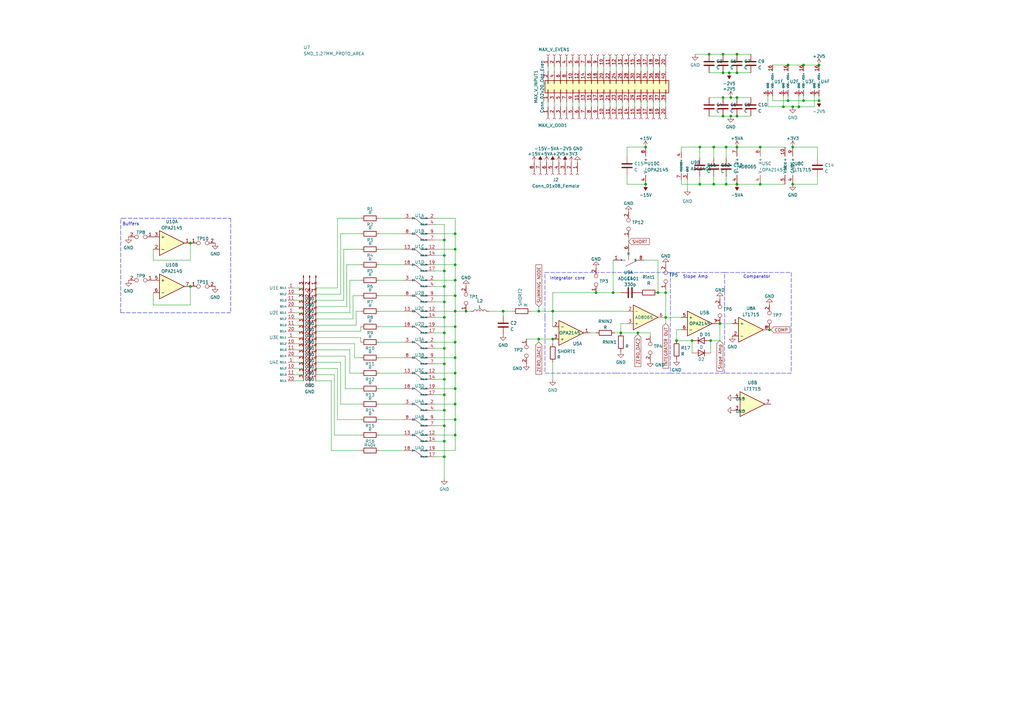
<source format=kicad_sch>
(kicad_sch (version 20211123) (generator eeschema)
  (paper "A3")
  (junction (at 182.245 155.575))
  (junction (at 296.545 47.625))
  (junction (at 302.26 40.005))
  (junction (at 191.135 127.635))
  (junction (at 182.245 168.275))
  (junction (at 302.26 29.845))
  (junction (at 251.46 120.015))
  (junction (at 220.98 139.065))
  (junction (at 297.815 60.325))
  (junction (at 277.495 139.7))
  (junction (at 283.845 139.7))
  (junction (at 186.69 127.635))
  (junction (at 261.62 136.525))
  (junction (at 220.98 127.635))
  (junction (at 264.795 60.325))
  (junction (at 315.595 135.255))
  (junction (at 323.215 26.67))
  (junction (at 302.26 60.325))
  (junction (at 182.245 161.925))
  (junction (at 186.69 140.335))
  (junction (at 296.545 29.845))
  (junction (at 296.545 40.005))
  (junction (at 186.69 153.035))
  (junction (at 296.545 22.225))
  (junction (at 186.69 178.435))
  (junction (at 325.12 60.325))
  (junction (at 292.735 60.325))
  (junction (at 302.26 47.625))
  (junction (at 186.69 95.885))
  (junction (at 186.69 121.285))
  (junction (at 186.69 102.235))
  (junction (at 292.735 75.565))
  (junction (at 335.915 26.67))
  (junction (at 244.475 120.015))
  (junction (at 297.815 75.565))
  (junction (at 335.915 41.275))
  (junction (at 321.31 43.815))
  (junction (at 287.02 60.325))
  (junction (at 299.72 47.625))
  (junction (at 327.66 43.815))
  (junction (at 182.245 174.625))
  (junction (at 78.105 117.475))
  (junction (at 329.565 26.67))
  (junction (at 323.215 41.275))
  (junction (at 273.05 120.015))
  (junction (at 182.245 136.525))
  (junction (at 182.245 180.975))
  (junction (at 182.245 149.225))
  (junction (at 182.245 187.325))
  (junction (at 186.69 159.385))
  (junction (at 182.245 98.425))
  (junction (at 206.375 127.635))
  (junction (at 311.785 75.565))
  (junction (at 182.245 142.875))
  (junction (at 290.83 22.225))
  (junction (at 329.565 41.275))
  (junction (at 186.69 146.685))
  (junction (at 182.245 117.475))
  (junction (at 186.69 114.935))
  (junction (at 226.695 127.635))
  (junction (at 287.02 75.565))
  (junction (at 186.69 172.085))
  (junction (at 299.085 29.845))
  (junction (at 302.26 75.565))
  (junction (at 226.695 139.065))
  (junction (at 311.785 60.325))
  (junction (at 182.245 104.775))
  (junction (at 325.12 75.565))
  (junction (at 269.875 120.015))
  (junction (at 273.05 130.175))
  (junction (at 295.275 132.715))
  (junction (at 302.26 22.225))
  (junction (at 299.72 40.005))
  (junction (at 291.465 139.7))
  (junction (at 264.795 75.565))
  (junction (at 182.245 111.125))
  (junction (at 325.12 43.815))
  (junction (at 182.245 123.825))
  (junction (at 78.105 99.695))
  (junction (at 182.245 130.175))
  (junction (at 186.69 108.585))
  (junction (at 254.635 136.525))
  (junction (at 186.69 165.735))
  (junction (at 186.69 133.985))
  (wire (pts (xy 139.7 148.59) (xy 139.7 165.735)))
  (wire (pts (xy 321.31 39.37) (xy 321.31 43.815)))
  (polyline (pts (xy 49.53 128.27) (xy 49.53 89.535)))
  (wire (pts (xy 178.435 180.975) (xy 182.245 180.975)))
  (wire (pts (xy 141.605 159.385) (xy 147.955 159.385)))
  (wire (pts (xy 323.215 26.67) (xy 329.565 26.67)))
  (wire (pts (xy 220.98 127.635) (xy 226.695 127.635)))
  (wire (pts (xy 120.65 128.27) (xy 124.46 128.27)))
  (polyline (pts (xy 223.52 130.175) (xy 223.52 153.035)))
  (wire (pts (xy 178.435 161.925) (xy 182.245 161.925)))
  (wire (pts (xy 186.69 114.935) (xy 186.69 121.285)))
  (wire (pts (xy 302.26 22.225) (xy 307.975 22.225)))
  (wire (pts (xy 252.095 136.525) (xy 254.635 136.525)))
  (wire (pts (xy 290.83 47.625) (xy 296.545 47.625)))
  (wire (pts (xy 254.635 136.525) (xy 261.62 136.525)))
  (wire (pts (xy 178.435 95.885) (xy 186.69 95.885)))
  (wire (pts (xy 145.415 146.685) (xy 145.415 140.97)))
  (wire (pts (xy 252.73 27.305) (xy 252.73 29.21)))
  (wire (pts (xy 279.4 60.325) (xy 279.4 62.23)))
  (wire (pts (xy 178.435 123.825) (xy 182.245 123.825)))
  (wire (pts (xy 186.69 127.635) (xy 186.69 133.985)))
  (wire (pts (xy 182.245 117.475) (xy 182.245 123.825)))
  (wire (pts (xy 182.245 149.225) (xy 182.245 155.575)))
  (wire (pts (xy 186.69 89.535) (xy 186.69 95.885)))
  (polyline (pts (xy 94.615 128.27) (xy 49.53 128.27)))
  (wire (pts (xy 240.03 27.305) (xy 240.03 29.21)))
  (wire (pts (xy 182.245 174.625) (xy 182.245 180.975)))
  (wire (pts (xy 147.955 133.985) (xy 147.955 135.89)))
  (wire (pts (xy 255.27 27.305) (xy 255.27 29.21)))
  (wire (pts (xy 273.05 27.305) (xy 273.05 29.21)))
  (wire (pts (xy 140.97 102.235) (xy 147.955 102.235)))
  (wire (pts (xy 155.575 108.585) (xy 165.735 108.585)))
  (wire (pts (xy 316.865 41.275) (xy 323.215 41.275)))
  (wire (pts (xy 138.43 172.085) (xy 147.955 172.085)))
  (wire (pts (xy 299.72 47.625) (xy 302.26 47.625)))
  (wire (pts (xy 302.26 40.005) (xy 307.975 40.005)))
  (wire (pts (xy 142.24 125.73) (xy 142.24 108.585)))
  (wire (pts (xy 292.735 60.325) (xy 292.735 64.77)))
  (wire (pts (xy 155.575 184.785) (xy 165.735 184.785)))
  (wire (pts (xy 186.69 121.285) (xy 186.69 127.635)))
  (wire (pts (xy 120.65 153.67) (xy 124.46 153.67)))
  (wire (pts (xy 138.43 151.13) (xy 138.43 172.085)))
  (wire (pts (xy 311.785 60.325) (xy 321.945 60.325)))
  (wire (pts (xy 178.435 117.475) (xy 182.245 117.475)))
  (wire (pts (xy 120.65 143.51) (xy 124.46 143.51)))
  (wire (pts (xy 206.375 127.635) (xy 210.185 127.635)))
  (wire (pts (xy 120.65 148.59) (xy 124.46 148.59)))
  (wire (pts (xy 242.57 27.305) (xy 242.57 29.21)))
  (wire (pts (xy 299.085 29.845) (xy 302.26 29.845)))
  (wire (pts (xy 297.815 75.565) (xy 292.735 75.565)))
  (wire (pts (xy 234.95 27.305) (xy 234.95 29.21)))
  (wire (pts (xy 329.565 26.67) (xy 335.915 26.67)))
  (wire (pts (xy 120.65 135.89) (xy 124.46 135.89)))
  (wire (pts (xy 257.175 60.325) (xy 264.795 60.325)))
  (wire (pts (xy 277.495 135.255) (xy 279.4 135.255)))
  (wire (pts (xy 296.545 47.625) (xy 299.72 47.625)))
  (wire (pts (xy 264.16 106.68) (xy 269.875 106.68)))
  (wire (pts (xy 292.735 72.39) (xy 292.735 75.565)))
  (wire (pts (xy 257.175 60.325) (xy 257.175 64.135)))
  (wire (pts (xy 186.69 102.235) (xy 186.69 108.585)))
  (wire (pts (xy 155.575 140.335) (xy 165.735 140.335)))
  (wire (pts (xy 191.135 127.635) (xy 193.04 127.635)))
  (wire (pts (xy 316.865 26.67) (xy 323.215 26.67)))
  (wire (pts (xy 279.4 73.66) (xy 279.4 75.565)))
  (wire (pts (xy 120.65 133.35) (xy 124.46 133.35)))
  (wire (pts (xy 186.69 153.035) (xy 186.69 159.385)))
  (wire (pts (xy 146.05 127.635) (xy 147.955 127.635)))
  (wire (pts (xy 267.97 27.305) (xy 267.97 29.21)))
  (wire (pts (xy 291.465 139.7) (xy 291.465 144.78)))
  (wire (pts (xy 257.175 127.635) (xy 226.695 127.635)))
  (wire (pts (xy 120.65 125.73) (xy 124.46 125.73)))
  (wire (pts (xy 182.245 142.875) (xy 182.245 149.225)))
  (wire (pts (xy 182.245 130.175) (xy 182.245 136.525)))
  (wire (pts (xy 147.955 138.43) (xy 147.955 140.335)))
  (wire (pts (xy 273.05 118.745) (xy 273.05 120.015)))
  (wire (pts (xy 311.785 75.565) (xy 321.945 75.565)))
  (wire (pts (xy 244.475 120.015) (xy 226.695 120.015)))
  (wire (pts (xy 302.26 75.565) (xy 311.785 75.565)))
  (polyline (pts (xy 252.73 153.035) (xy 223.52 153.035)))
  (wire (pts (xy 155.575 159.385) (xy 165.735 159.385)))
  (wire (pts (xy 120.65 120.65) (xy 124.46 120.65)))
  (wire (pts (xy 267.97 43.815) (xy 267.97 41.91)))
  (wire (pts (xy 78.105 106.68) (xy 62.865 106.68)))
  (wire (pts (xy 186.69 146.685) (xy 186.69 153.035)))
  (wire (pts (xy 264.795 75.565) (xy 257.175 75.565)))
  (wire (pts (xy 78.105 99.695) (xy 78.105 106.68)))
  (wire (pts (xy 290.83 40.005) (xy 296.545 40.005)))
  (wire (pts (xy 129.54 125.73) (xy 142.24 125.73)))
  (wire (pts (xy 292.735 60.325) (xy 287.02 60.325)))
  (wire (pts (xy 141.605 146.05) (xy 141.605 159.385)))
  (wire (pts (xy 186.69 108.585) (xy 186.69 114.935)))
  (wire (pts (xy 247.65 27.305) (xy 247.65 29.21)))
  (wire (pts (xy 273.05 43.815) (xy 273.05 41.91)))
  (wire (pts (xy 129.54 118.11) (xy 138.43 118.11)))
  (wire (pts (xy 186.69 165.735) (xy 186.69 172.085)))
  (polyline (pts (xy 274.955 111.76) (xy 274.955 153.035)))
  (wire (pts (xy 147.955 146.685) (xy 145.415 146.685)))
  (wire (pts (xy 251.46 106.68) (xy 251.46 120.015)))
  (wire (pts (xy 129.54 146.05) (xy 141.605 146.05)))
  (wire (pts (xy 129.54 140.97) (xy 145.415 140.97)))
  (wire (pts (xy 178.435 102.235) (xy 186.69 102.235)))
  (wire (pts (xy 182.245 92.075) (xy 182.245 98.425)))
  (wire (pts (xy 325.12 75.565) (xy 335.28 75.565)))
  (wire (pts (xy 287.02 60.325) (xy 279.4 60.325)))
  (wire (pts (xy 155.575 172.085) (xy 165.735 172.085)))
  (wire (pts (xy 143.51 153.035) (xy 147.955 153.035)))
  (wire (pts (xy 257.81 97.155) (xy 257.81 100.33)))
  (wire (pts (xy 186.69 127.635) (xy 191.135 127.635)))
  (wire (pts (xy 224.79 43.815) (xy 224.79 41.91)))
  (wire (pts (xy 287.02 60.325) (xy 287.02 64.77)))
  (wire (pts (xy 285.115 22.225) (xy 290.83 22.225)))
  (wire (pts (xy 155.575 114.935) (xy 165.735 114.935)))
  (wire (pts (xy 261.62 136.525) (xy 261.62 137.16)))
  (polyline (pts (xy 297.18 153.035) (xy 297.18 111.76)))
  (wire (pts (xy 186.69 184.785) (xy 178.435 184.785)))
  (polyline (pts (xy 49.53 89.535) (xy 50.165 89.535)))
  (wire (pts (xy 138.43 89.535) (xy 147.955 89.535)))
  (wire (pts (xy 217.805 127.635) (xy 220.98 127.635)))
  (wire (pts (xy 178.435 165.735) (xy 186.69 165.735)))
  (wire (pts (xy 182.245 136.525) (xy 182.245 142.875)))
  (wire (pts (xy 120.65 130.81) (xy 124.46 130.81)))
  (wire (pts (xy 129.54 123.19) (xy 140.97 123.19)))
  (polyline (pts (xy 223.52 111.76) (xy 274.955 111.76)))
  (wire (pts (xy 226.695 127.635) (xy 226.695 133.985)))
  (wire (pts (xy 182.245 123.825) (xy 182.245 130.175)))
  (wire (pts (xy 178.435 136.525) (xy 182.245 136.525)))
  (wire (pts (xy 240.03 43.815) (xy 240.03 41.91)))
  (wire (pts (xy 139.7 120.65) (xy 139.7 95.885)))
  (polyline (pts (xy 94.615 89.535) (xy 94.615 128.27)))
  (wire (pts (xy 144.78 130.81) (xy 144.78 121.285)))
  (wire (pts (xy 302.26 29.845) (xy 307.975 29.845)))
  (wire (pts (xy 220.98 125.73) (xy 220.98 127.635)))
  (polyline (pts (xy 324.485 153.035) (xy 297.18 153.035)))
  (polyline (pts (xy 297.18 111.76) (xy 324.485 111.76)))
  (wire (pts (xy 227.33 27.305) (xy 227.33 29.21)))
  (wire (pts (xy 178.435 133.985) (xy 186.69 133.985)))
  (wire (pts (xy 226.695 120.015) (xy 226.695 127.635)))
  (wire (pts (xy 178.435 174.625) (xy 182.245 174.625)))
  (wire (pts (xy 329.565 41.275) (xy 335.915 41.275)))
  (wire (pts (xy 178.435 172.085) (xy 186.69 172.085)))
  (wire (pts (xy 226.695 148.59) (xy 226.695 155.575)))
  (wire (pts (xy 120.65 140.97) (xy 124.46 140.97)))
  (wire (pts (xy 178.435 89.535) (xy 186.69 89.535)))
  (wire (pts (xy 155.575 127.635) (xy 165.735 127.635)))
  (wire (pts (xy 200.66 127.635) (xy 206.375 127.635)))
  (wire (pts (xy 295.275 139.7) (xy 295.275 132.715)))
  (wire (pts (xy 182.245 161.925) (xy 182.245 168.275)))
  (wire (pts (xy 252.73 43.815) (xy 252.73 41.91)))
  (wire (pts (xy 232.41 43.815) (xy 232.41 41.91)))
  (wire (pts (xy 129.54 143.51) (xy 143.51 143.51)))
  (wire (pts (xy 220.98 139.065) (xy 220.98 140.335)))
  (wire (pts (xy 302.26 60.325) (xy 311.785 60.325)))
  (wire (pts (xy 129.54 135.89) (xy 147.955 135.89)))
  (wire (pts (xy 241.935 136.525) (xy 244.475 136.525)))
  (wire (pts (xy 237.49 43.815) (xy 237.49 41.91)))
  (wire (pts (xy 178.435 178.435) (xy 186.69 178.435)))
  (wire (pts (xy 186.69 172.085) (xy 186.69 178.435)))
  (wire (pts (xy 155.575 153.035) (xy 165.735 153.035)))
  (wire (pts (xy 287.02 75.565) (xy 287.02 72.39)))
  (wire (pts (xy 129.54 151.13) (xy 138.43 151.13)))
  (wire (pts (xy 292.735 60.325) (xy 297.815 60.325)))
  (wire (pts (xy 335.28 60.325) (xy 325.12 60.325)))
  (wire (pts (xy 137.16 153.67) (xy 137.16 178.435)))
  (wire (pts (xy 296.545 22.225) (xy 302.26 22.225)))
  (wire (pts (xy 292.735 75.565) (xy 287.02 75.565)))
  (wire (pts (xy 297.815 72.39) (xy 297.815 75.565)))
  (wire (pts (xy 178.435 130.175) (xy 182.245 130.175)))
  (wire (pts (xy 323.215 41.275) (xy 329.565 41.275)))
  (wire (pts (xy 262.89 27.305) (xy 262.89 29.21)))
  (wire (pts (xy 155.575 121.285) (xy 165.735 121.285)))
  (wire (pts (xy 232.41 27.305) (xy 232.41 29.21)))
  (wire (pts (xy 186.69 178.435) (xy 186.69 184.785)))
  (wire (pts (xy 120.65 156.21) (xy 124.46 156.21)))
  (polyline (pts (xy 274.955 153.035) (xy 252.73 153.035)))
  (wire (pts (xy 120.65 138.43) (xy 124.46 138.43)))
  (wire (pts (xy 254.635 132.715) (xy 254.635 136.525)))
  (wire (pts (xy 270.51 43.815) (xy 270.51 41.91)))
  (wire (pts (xy 327.66 39.37) (xy 327.66 43.815)))
  (wire (pts (xy 226.695 139.065) (xy 220.98 139.065)))
  (wire (pts (xy 182.245 180.975) (xy 182.245 187.325)))
  (wire (pts (xy 155.575 133.985) (xy 165.735 133.985)))
  (wire (pts (xy 139.7 165.735) (xy 147.955 165.735)))
  (wire (pts (xy 186.69 140.335) (xy 186.69 146.685)))
  (wire (pts (xy 178.435 153.035) (xy 186.69 153.035)))
  (wire (pts (xy 178.435 168.275) (xy 182.245 168.275)))
  (wire (pts (xy 178.435 108.585) (xy 186.69 108.585)))
  (wire (pts (xy 129.54 153.67) (xy 137.16 153.67)))
  (wire (pts (xy 155.575 178.435) (xy 165.735 178.435)))
  (wire (pts (xy 182.245 111.125) (xy 182.245 117.475)))
  (wire (pts (xy 323.215 39.37) (xy 323.215 41.275)))
  (wire (pts (xy 139.7 95.885) (xy 147.955 95.885)))
  (polyline (pts (xy 274.955 153.035) (xy 297.18 153.035)))
  (wire (pts (xy 129.54 120.65) (xy 139.7 120.65)))
  (wire (pts (xy 155.575 146.685) (xy 165.735 146.685)))
  (wire (pts (xy 178.435 142.875) (xy 182.245 142.875)))
  (wire (pts (xy 257.81 43.815) (xy 257.81 41.91)))
  (wire (pts (xy 329.565 39.37) (xy 329.565 41.275)))
  (wire (pts (xy 129.54 156.21) (xy 135.89 156.21)))
  (wire (pts (xy 206.375 129.54) (xy 206.375 127.635)))
  (wire (pts (xy 290.83 29.845) (xy 296.545 29.845)))
  (wire (pts (xy 266.7 136.525) (xy 266.7 137.795)))
  (wire (pts (xy 250.19 27.305) (xy 250.19 29.21)))
  (wire (pts (xy 182.245 98.425) (xy 182.245 104.775)))
  (wire (pts (xy 321.31 43.815) (xy 314.96 43.815)))
  (wire (pts (xy 129.54 128.27) (xy 143.51 128.27)))
  (wire (pts (xy 295.275 132.715) (xy 300.355 132.715)))
  (wire (pts (xy 265.43 27.305) (xy 265.43 29.21)))
  (wire (pts (xy 294.64 132.715) (xy 295.275 132.715)))
  (wire (pts (xy 260.35 27.305) (xy 260.35 29.21)))
  (wire (pts (xy 120.65 118.11) (xy 124.46 118.11)))
  (wire (pts (xy 334.01 39.37) (xy 334.01 43.815)))
  (wire (pts (xy 302.26 75.565) (xy 297.815 75.565)))
  (wire (pts (xy 277.495 139.7) (xy 283.845 139.7)))
  (wire (pts (xy 325.12 43.815) (xy 321.31 43.815)))
  (wire (pts (xy 227.33 43.815) (xy 227.33 41.91)))
  (wire (pts (xy 327.66 43.815) (xy 325.12 43.815)))
  (wire (pts (xy 269.875 120.015) (xy 273.05 120.015)))
  (wire (pts (xy 226.695 139.065) (xy 226.695 140.97)))
  (wire (pts (xy 242.57 43.815) (xy 242.57 41.91)))
  (wire (pts (xy 138.43 118.11) (xy 138.43 89.535)))
  (polyline (pts (xy 223.52 130.175) (xy 223.52 111.76)))
  (wire (pts (xy 178.435 159.385) (xy 186.69 159.385)))
  (wire (pts (xy 299.72 40.005) (xy 302.26 40.005)))
  (wire (pts (xy 155.575 102.235) (xy 165.735 102.235)))
  (polyline (pts (xy 297.18 111.76) (xy 274.955 111.76)))
  (wire (pts (xy 296.545 29.845) (xy 299.085 29.845)))
  (wire (pts (xy 273.05 130.175) (xy 273.05 132.715)))
  (wire (pts (xy 265.43 43.815) (xy 265.43 41.91)))
  (wire (pts (xy 140.97 123.19) (xy 140.97 102.235)))
  (wire (pts (xy 120.65 151.13) (xy 124.46 151.13)))
  (wire (pts (xy 245.11 27.305) (xy 245.11 29.21)))
  (wire (pts (xy 316.865 39.37) (xy 316.865 41.275)))
  (wire (pts (xy 178.435 146.685) (xy 186.69 146.685)))
  (wire (pts (xy 269.875 106.68) (xy 269.875 120.015)))
  (wire (pts (xy 146.05 133.35) (xy 146.05 127.635)))
  (polyline (pts (xy 324.485 111.76) (xy 324.485 153.035)))
  (wire (pts (xy 78.105 125.095) (xy 62.865 125.095)))
  (wire (pts (xy 182.245 104.775) (xy 182.245 111.125)))
  (wire (pts (xy 215.9 139.065) (xy 220.98 139.065)))
  (wire (pts (xy 186.69 159.385) (xy 186.69 165.735)))
  (wire (pts (xy 178.435 104.775) (xy 182.245 104.775)))
  (wire (pts (xy 62.865 106.68) (xy 62.865 102.235)))
  (wire (pts (xy 178.435 149.225) (xy 182.245 149.225)))
  (wire (pts (xy 178.435 98.425) (xy 182.245 98.425)))
  (wire (pts (xy 260.35 43.815) (xy 260.35 41.91)))
  (wire (pts (xy 120.65 123.19) (xy 124.46 123.19)))
  (wire (pts (xy 237.49 27.305) (xy 237.49 29.21)))
  (wire (pts (xy 143.51 143.51) (xy 143.51 153.035)))
  (wire (pts (xy 135.89 156.21) (xy 135.89 184.785)))
  (wire (pts (xy 224.79 27.305) (xy 224.79 29.21)))
  (wire (pts (xy 261.62 136.525) (xy 266.7 136.525)))
  (wire (pts (xy 155.575 95.885) (xy 165.735 95.885)))
  (wire (pts (xy 277.495 135.255) (xy 277.495 139.7)))
  (wire (pts (xy 296.545 40.005) (xy 299.72 40.005)))
  (wire (pts (xy 314.96 43.815) (xy 314.96 39.37)))
  (wire (pts (xy 273.05 130.175) (xy 279.4 130.175)))
  (wire (pts (xy 234.95 43.815) (xy 234.95 41.91)))
  (wire (pts (xy 178.435 111.125) (xy 182.245 111.125)))
  (wire (pts (xy 270.51 27.305) (xy 270.51 29.21)))
  (wire (pts (xy 144.78 121.285) (xy 147.955 121.285)))
  (wire (pts (xy 186.69 95.885) (xy 186.69 102.235)))
  (wire (pts (xy 186.69 133.985) (xy 186.69 140.335)))
  (wire (pts (xy 120.65 146.05) (xy 124.46 146.05)))
  (wire (pts (xy 247.65 43.815) (xy 247.65 41.91)))
  (wire (pts (xy 335.28 75.565) (xy 335.28 72.39)))
  (wire (pts (xy 182.245 155.575) (xy 182.245 161.925)))
  (wire (pts (xy 316.23 135.255) (xy 315.595 135.255)))
  (wire (pts (xy 283.845 139.7) (xy 283.845 144.78)))
  (wire (pts (xy 129.54 133.35) (xy 146.05 133.35)))
  (wire (pts (xy 142.24 108.585) (xy 147.955 108.585)))
  (wire (pts (xy 302.26 47.625) (xy 307.975 47.625)))
  (wire (pts (xy 251.46 120.015) (xy 244.475 120.015)))
  (wire (pts (xy 129.54 130.81) (xy 144.78 130.81)))
  (wire (pts (xy 155.575 165.735) (xy 165.735 165.735)))
  (wire (pts (xy 229.87 27.305) (xy 229.87 29.21)))
  (wire (pts (xy 335.28 64.77) (xy 335.28 60.325)))
  (wire (pts (xy 273.05 120.015) (xy 273.05 130.175)))
  (wire (pts (xy 245.11 43.815) (xy 245.11 41.91)))
  (wire (pts (xy 229.87 43.815) (xy 229.87 41.91)))
  (wire (pts (xy 178.435 127.635) (xy 186.69 127.635)))
  (wire (pts (xy 129.54 148.59) (xy 139.7 148.59)))
  (wire (pts (xy 178.435 92.075) (xy 182.245 92.075)))
  (wire (pts (xy 290.83 22.225) (xy 296.545 22.225)))
  (wire (pts (xy 281.94 73.66) (xy 281.94 77.47)))
  (polyline (pts (xy 50.165 89.535) (xy 94.615 89.535)))
  (wire (pts (xy 257.175 132.715) (xy 254.635 132.715)))
  (wire (pts (xy 257.81 27.305) (xy 257.81 29.21)))
  (wire (pts (xy 291.465 139.7) (xy 295.275 139.7)))
  (wire (pts (xy 255.27 43.815) (xy 255.27 41.91)))
  (wire (pts (xy 155.575 89.535) (xy 165.735 89.535)))
  (wire (pts (xy 62.865 125.095) (xy 62.865 120.015)))
  (wire (pts (xy 262.89 43.815) (xy 262.89 41.91)))
  (wire (pts (xy 182.245 187.325) (xy 178.435 187.325)))
  (wire (pts (xy 254.635 120.015) (xy 251.46 120.015)))
  (wire (pts (xy 335.915 41.275) (xy 335.915 39.37)))
  (wire (pts (xy 250.19 43.815) (xy 250.19 41.91)))
  (wire (pts (xy 178.435 114.935) (xy 186.69 114.935)))
  (wire (pts (xy 297.815 64.77) (xy 297.815 60.325)))
  (wire (pts (xy 78.105 117.475) (xy 78.105 125.095)))
  (wire (pts (xy 334.01 43.815) (xy 327.66 43.815)))
  (wire (pts (xy 257.175 71.755) (xy 257.175 75.565)))
  (wire (pts (xy 182.245 187.325) (xy 182.245 196.215)))
  (wire (pts (xy 297.815 60.325) (xy 302.26 60.325)))
  (wire (pts (xy 135.89 184.785) (xy 147.955 184.785)))
  (wire (pts (xy 129.54 138.43) (xy 147.955 138.43)))
  (wire (pts (xy 137.16 178.435) (xy 147.955 178.435)))
  (wire (pts (xy 279.4 75.565) (xy 287.02 75.565)))
  (wire (pts (xy 272.415 130.175) (xy 273.05 130.175)))
  (wire (pts (xy 178.435 155.575) (xy 182.245 155.575)))
  (wire (pts (xy 178.435 140.335) (xy 186.69 140.335)))
  (wire (pts (xy 182.245 168.275) (xy 182.245 174.625)))
  (wire (pts (xy 143.51 128.27) (xy 143.51 114.935)))
  (wire (pts (xy 143.51 114.935) (xy 147.955 114.935)))
  (wire (pts (xy 178.435 121.285) (xy 186.69 121.285)))
  (text "Integrator core\n" (at 225.425 114.935 0) (effects (font (size 1.27 1.27)) (justify left bottom)))
  (text "Comparator\n" (at 304.8 114.3 0) (effects (font (size 1.27 1.27)) (justify left bottom)))
  (text "Buffers" (at 50.165 92.71 0) (effects (font (size 1.27 1.27)) (justify left bottom)))
  (text "Slope Amp\n" (at 280.035 114.3 0) (effects (font (size 1.27 1.27)) (justify left bottom)))
  (global_label "Slope Amp" (shape input) (at 295.275 139.7 270) (property "Intersheet References" "${INTERSHEET_REFS}" (effects hide)))
  (global_label "INTEGRATOR OUT" (shape input) (at 273.05 132.715 270) (property "Intersheet References" "${INTERSHEET_REFS}" (effects hide)))
  (global_label "ZERO_DAC1" (shape input) (at 220.98 140.335 270) (property "Intersheet References" "${INTERSHEET_REFS}" (effects hide)))
  (global_label "SUMMING NODE" (shape input) (at 220.98 125.73 90) (property "Intersheet References" "${INTERSHEET_REFS}" (effects hide)))
  (global_label "ZERO_DAC2" (shape input) (at 261.62 137.16 270) (property "Intersheet References" "${INTERSHEET_REFS}" (effects hide)))
  (global_label "COMP" (shape input) (at 316.23 135.255 0) (property "Intersheet References" "${INTERSHEET_REFS}" (effects hide)))
  (global_label "SHORT" (shape input) (at 257.81 99.06 0) (property "Intersheet References" "${INTERSHEET_REFS}" (effects hide)))
  (symbol (lib_id "power:+3.3V") (at 234.315 66.675 0) (unit 1)
    (property "Reference" "#PWR0127" (effects hide))
    (property "Value" "+3.3V" (at 234.315 63.0992 0))
  )
  (symbol (lib_id "Connector:TestPoint_2Pole") (at 83.185 99.695 0) (unit 1)
    (property "Reference" "TP10" (at 83.185 97.8972 0))
    (property "Value" "TestPoint_2Pole" (effects hide))
    (property "Footprint" "Connector_PinHeader_2.54mm:PinHeader_1x02_P2.54mm_Vertical" (effects hide))
  )
  (symbol (lib_id "VM1085:LT1715") (at 302.895 135.255 0) (unit 1)
    (property "Reference" "U8" (at 307.975 126.4752 0))
    (property "Value" "LT1715" (at 307.975 129.0121 0))
    (property "Footprint" "Package_SO:MSOP-10_3x3mm_P0.5mm" (effects hide))
  )
  (symbol (lib_id "Device:C") (at 297.815 68.58 0) (unit 1)
    (property "Reference" "C13" (at 300.736 67.7453 0) (effects (justify left)))
    (property "Value" "C" (at 300.736 70.2822 0) (effects (justify left)))
    (property "Footprint" "Capacitor_SMD:C_0603_1608Metric_Pad1.08x0.95mm_HandSolder" (effects hide))
  )
  (symbol (lib_id "power:GND") (at 52.705 97.155 0) (unit 1)
    (property "Reference" "#PWR010" (effects hide))
    (property "Value" "GND" (at 52.705 101.5984 0))
  )
  (symbol (lib_id "power:GND") (at 127 135.89 0) (unit 1)
    (property "Reference" "#PWR0135" (effects hide))
    (property "Value" "GND" (at 127 140.3334 0))
  )
  (symbol (lib_id "power:GND") (at 300.99 168.275 270) (unit 1)
    (property "Reference" "#PWR0119" (effects hide))
    (property "Value" "GND" (at 301.625 168.7088 90) (effects (justify left)))
  )
  (symbol (lib_id "power:+5VA") (at 302.26 60.325 0) (unit 1)
    (property "Reference" "#PWR0108" (effects hide))
    (property "Value" "+5VA" (at 302.26 56.7492 0))
  )
  (symbol (lib_id "power:GND") (at 325.12 75.565 0) (unit 1)
    (property "Reference" "#PWR09" (effects hide))
    (property "Value" "GND" (at 325.12 80.0084 0))
  )
  (symbol (lib_id "Connector:Conn_01x03_Male") (at 127 125.73 270) (unit 1)
    (property "Reference" "J7" (effects hide))
    (property "Value" "Conn_01x03_Male" (effects hide))
    (property "Footprint" "Connector_PinHeader_2.54mm:PinHeader_1x03_P2.54mm_Vertical" (effects hide))
  )
  (symbol (lib_id "Connector:Conn_01x03_Male") (at 127 128.27 270) (unit 1)
    (property "Reference" "J8" (effects hide))
    (property "Value" "Conn_01x03_Male" (effects hide))
    (property "Footprint" "Connector_PinHeader_2.54mm:PinHeader_1x03_P2.54mm_Vertical" (effects hide))
  )
  (symbol (lib_id "VM1085:TMUX1134") (at 118.11 148.59 0) (mirror y) (unit 5)
    (property "Reference" "U4" (at 112.395 148.59 0))
    (property "Value" "TMUX1134" (effects hide))
    (property "Footprint" "Package_SO:TSSOP-20_4.4x6.5mm_P0.65mm" (effects hide))
  )
  (symbol (lib_id "Device:R") (at 151.765 133.985 90) (unit 1)
    (property "Reference" "R8" (at 151.765 130.175 90))
    (property "Value" "R" (at 151.765 131.8061 90))
    (property "Footprint" "VM1085:Resistor_multipad" (effects hide))
  )
  (symbol (lib_id "Device:L") (at 196.85 127.635 90) (unit 1)
    (property "Reference" "L2" (at 196.85 123.4272 90))
    (property "Value" "L" (at 196.85 125.9641 90))
    (property "Footprint" "Capacitor_SMD:C_0805_2012Metric_Pad1.18x1.45mm_HandSolder" (effects hide))
  )
  (symbol (lib_id "Connector:TestPoint_2Pole") (at 257.81 92.075 90) (unit 1)
    (property "Reference" "TP12" (at 259.207 91.2403 90) (effects (justify right)))
    (property "Value" "TestPoint_2Pole" (effects hide))
    (property "Footprint" "Connector_PinHeader_2.54mm:PinHeader_1x02_P2.54mm_Vertical" (effects hide))
  )
  (symbol (lib_id "Connector:Conn_01x03_Male") (at 127 140.97 270) (unit 1)
    (property "Reference" "J13" (effects hide))
    (property "Value" "Conn_01x03_Male" (effects hide))
    (property "Footprint" "Connector_PinHeader_2.54mm:PinHeader_1x03_P2.54mm_Vertical" (effects hide))
  )
  (symbol (lib_id "VM1085:ADG1401") (at 257.81 106.68 0) (unit 1)
    (property "Reference" "U9" (at 257.7719 111.76 0))
    (property "Value" "ADG1401" (at 257.7719 114.3 0))
    (property "Footprint" "Package_SO:MSOP-8_3x3mm_P0.65mm" (effects hide))
  )
  (symbol (lib_id "power:GND") (at 127 156.21 0) (unit 1)
    (property "Reference" "#PWR0143" (effects hide))
    (property "Value" "GND" (at 127 160.6534 0))
  )
  (symbol (lib_id "power:GND") (at 127 133.35 0) (unit 1)
    (property "Reference" "#PWR0134" (effects hide))
    (property "Value" "GND" (at 127 137.7934 0))
  )
  (symbol (lib_id "power:GND") (at 299.72 47.625 0) (unit 1)
    (property "Reference" "#PWR07" (effects hide))
    (property "Value" "GND" (at 299.72 52.0684 0))
  )
  (symbol (lib_id "Device:R") (at 151.765 172.085 90) (unit 1)
    (property "Reference" "R14" (at 151.765 168.275 90))
    (property "Value" "R" (at 151.765 169.9061 90))
    (property "Footprint" "VM1085:Resistor_multipad" (effects hide))
  )
  (symbol (lib_id "VM1085:LT1715") (at 321.945 67.945 0) (unit 3)
    (property "Reference" "U8" (at 325.755 67.1103 0) (effects (justify left)))
    (property "Value" "LT1715" (at 325.755 69.6472 0) (effects (justify left)))
    (property "Footprint" "Package_SO:MSOP-10_3x3mm_P0.5mm" (effects hide))
  )
  (symbol (lib_id "Device:R") (at 151.765 95.885 90) (unit 1)
    (property "Reference" "R2" (at 151.765 92.075 90))
    (property "Value" "R" (at 151.765 93.7061 90))
    (property "Footprint" "VM1085:Resistor_multipad" (effects hide))
  )
  (symbol (lib_id "Device:R") (at 151.765 178.435 90) (unit 1)
    (property "Reference" "R15" (at 151.765 174.625 90))
    (property "Value" "R" (at 151.765 176.2561 90))
    (property "Footprint" "VM1085:Resistor_multipad" (effects hide))
  )
  (symbol (lib_id "power:GND") (at 127 130.81 0) (unit 1)
    (property "Reference" "#PWR0133" (effects hide))
    (property "Value" "GND" (at 127 135.2534 0))
  )
  (symbol (lib_id "VM1085:TMUX1134") (at 172.085 95.885 0) (mirror y) (unit 2)
    (property "Reference" "U1" (at 172.085 94.773 0))
    (property "Value" "TMUX1134" (effects hide))
    (property "Footprint" "Package_SO:TSSOP-20_4.4x6.5mm_P0.65mm" (effects hide))
  )
  (symbol (lib_id "Connector:TestPoint_2Pole") (at 266.7 142.875 270) (unit 1)
    (property "Reference" "TP4" (at 268.097 142.0403 90) (effects (justify left)))
    (property "Value" "TestPoint_2Pole" (effects hide))
    (property "Footprint" "Connector_PinHeader_2.54mm:PinHeader_1x02_P2.54mm_Vertical" (effects hide))
  )
  (symbol (lib_id "power:+2V5") (at 299.72 40.005 0) (unit 1)
    (property "Reference" "#PWR06" (effects hide))
    (property "Value" "+2V5" (at 299.085 36.4292 0))
  )
  (symbol (lib_id "power:+5VA") (at 224.155 66.675 0) (unit 1)
    (property "Reference" "#PWR0122" (effects hide))
    (property "Value" "+5VA" (at 224.155 63.0992 0))
  )
  (symbol (lib_id "VM1085:TMUX1134") (at 172.085 153.035 0) (mirror y) (unit 3)
    (property "Reference" "U3" (at 172.085 151.923 0))
    (property "Value" "TMUX1134" (effects hide))
    (property "Footprint" "Package_SO:TSSOP-20_4.4x6.5mm_P0.65mm" (effects hide))
  )
  (symbol (lib_id "Connector:Conn_01x03_Male") (at 127 113.03 270) (unit 1)
    (property "Reference" "J1" (effects hide))
    (property "Value" "Conn_01x03_Male" (effects hide))
    (property "Footprint" "Connector_PinHeader_2.54mm:PinHeader_1x03_P2.54mm_Vertical" (effects hide))
  )
  (symbol (lib_id "Connector:Conn_01x03_Male") (at 127 133.35 270) (unit 1)
    (property "Reference" "J10" (effects hide))
    (property "Value" "Conn_01x03_Male" (effects hide))
    (property "Footprint" "Connector_PinHeader_2.54mm:PinHeader_1x03_P2.54mm_Vertical" (effects hide))
  )
  (symbol (lib_id "VM1085:TMUX1134") (at 172.085 165.735 0) (mirror y) (unit 1)
    (property "Reference" "U4" (at 172.085 164.623 0))
    (property "Value" "TMUX1134" (effects hide))
    (property "Footprint" "Package_SO:TSSOP-20_4.4x6.5mm_P0.65mm" (effects hide))
  )
  (symbol (lib_id "Connector:Conn_01x20_Female") (at 247.65 22.225 90) (unit 1)
    (property "Reference" "MAX_V_EVEN1" (at 233.68 20.32 90) (effects (justify left)))
    (property "Value" "Conn_01x20_Female" (effects hide))
    (property "Footprint" "Connector_PinHeader_2.54mm:PinHeader_1x20_P2.54mm_Vertical" (effects hide))
  )
  (symbol (lib_id "Connector:Conn_01x03_Male") (at 127 130.81 270) (unit 1)
    (property "Reference" "J9" (effects hide))
    (property "Value" "Conn_01x03_Male" (effects hide))
    (property "Footprint" "Connector_PinHeader_2.54mm:PinHeader_1x03_P2.54mm_Vertical" (effects hide))
  )
  (symbol (lib_id "Device:C") (at 287.02 68.58 0) (unit 1)
    (property "Reference" "C11" (at 289.941 67.7453 0) (effects (justify left)))
    (property "Value" "C" (at 289.941 70.2822 0) (effects (justify left)))
    (property "Footprint" "Capacitor_SMD:C_0603_1608Metric_Pad1.08x0.95mm_HandSolder" (effects hide))
  )
  (symbol (lib_id "Device:C") (at 290.83 26.035 0) (unit 1)
    (property "Reference" "C3" (at 293.751 25.2003 0) (effects (justify left)))
    (property "Value" "C" (at 293.751 27.7372 0) (effects (justify left)))
    (property "Footprint" "Capacitor_SMD:C_0603_1608Metric_Pad1.08x0.95mm_HandSolder" (effects hide))
  )
  (symbol (lib_id "VM1085:TMUX1134") (at 172.085 108.585 0) (mirror y) (unit 4)
    (property "Reference" "U1" (at 172.085 107.473 0))
    (property "Value" "TMUX1134" (effects hide))
    (property "Footprint" "Package_SO:TSSOP-20_4.4x6.5mm_P0.65mm" (effects hide))
  )
  (symbol (lib_id "power:+15V") (at 264.795 60.325 0) (unit 1)
    (property "Reference" "#PWR0116" (effects hide))
    (property "Value" "+15V" (at 264.795 56.7492 0))
  )
  (symbol (lib_id "Device:C") (at 257.175 67.945 0) (unit 1)
    (property "Reference" "C15" (at 260.096 67.1103 0) (effects (justify left)))
    (property "Value" "C" (at 260.096 69.6472 0) (effects (justify left)))
    (property "Footprint" "Capacitor_SMD:C_0603_1608Metric_Pad1.08x0.95mm_HandSolder" (effects hide))
  )
  (symbol (lib_id "Device:C") (at 302.26 26.035 0) (unit 1)
    (property "Reference" "C7" (at 305.181 25.2003 0) (effects (justify left)))
    (property "Value" "C" (at 305.181 27.7372 0) (effects (justify left)))
    (property "Footprint" "Capacitor_SMD:C_0603_1608Metric_Pad1.08x0.95mm_HandSolder" (effects hide))
  )
  (symbol (lib_id "Connector_Generic:Conn_02x20_Odd_Even") (at 247.65 36.83 90) (unit 1)
    (property "Reference" "MAX_V_INPUT1" (at 219.8202 35.56 0))
    (property "Value" "Conn_02x20_Odd_Even" (at 222.3571 35.56 0))
    (property "Footprint" "Connector_PinHeader_2.54mm:PinHeader_2x20_P2.54mm_Vertical" (effects hide))
  )
  (symbol (lib_id "Connector:TestPoint_2Pole") (at 191.135 122.555 90) (unit 1)
    (property "Reference" "TP1" (at 192.532 121.7203 90) (effects (justify right)))
    (property "Value" "TestPoint_2Pole" (effects hide))
    (property "Footprint" "Connector_PinHeader_2.54mm:PinHeader_1x02_P2.54mm_Vertical" (effects hide))
  )
  (symbol (lib_id "Connector:Conn_01x03_Male") (at 127 118.11 270) (unit 1)
    (property "Reference" "J4" (effects hide))
    (property "Value" "Conn_01x03_Male" (effects hide))
    (property "Footprint" "Connector_PinHeader_2.54mm:PinHeader_1x03_P2.54mm_Vertical" (effects hide))
  )
  (symbol (lib_id "power:GND") (at 127 138.43 0) (unit 1)
    (property "Reference" "#PWR0136" (effects hide))
    (property "Value" "GND" (at 127 142.8734 0))
  )
  (symbol (lib_id "Device:R") (at 277.495 143.51 0) (unit 1)
    (property "Reference" "R17" (at 279.273 142.6753 0) (effects (justify left)))
    (property "Value" "R" (at 279.273 145.2122 0) (effects (justify left)))
    (property "Footprint" "Resistor_SMD:R_0805_2012Metric_Pad1.20x1.40mm_HandSolder" (effects hide))
  )
  (symbol (lib_id "VM1085:OPA2145") (at 65.405 117.475 0) (unit 2)
    (property "Reference" "U10" (at 70.485 108.6952 0))
    (property "Value" "OPA2145" (at 70.485 111.2321 0))
    (property "Footprint" "Package_SO:SOP-8_3.9x4.9mm_P1.27mm" (effects hide))
  )
  (symbol (lib_id "Connector:Conn_01x03_Male") (at 127 115.57 270) (unit 1)
    (property "Reference" "J3" (effects hide))
    (property "Value" "Conn_01x03_Male" (effects hide))
    (property "Footprint" "Connector_PinHeader_2.54mm:PinHeader_1x03_P2.54mm_Vertical" (effects hide))
  )
  (symbol (lib_id "Device:R") (at 266.065 120.015 90) (unit 1)
    (property "Reference" "Rint1" (at 266.065 113.665 90))
    (property "Value" "R" (at 266.065 116.205 90))
    (property "Footprint" "Resistor_SMD:R_0805_2012Metric_Pad1.20x1.40mm_HandSolder" (effects hide))
  )
  (symbol (lib_id "Connector:TestPoint_2Pole") (at 83.185 117.475 0) (unit 1)
    (property "Reference" "TP11" (at 83.185 115.6772 0))
    (property "Value" "TestPoint_2Pole" (effects hide))
    (property "Footprint" "Connector_PinHeader_2.54mm:PinHeader_1x02_P2.54mm_Vertical" (effects hide))
  )
  (symbol (lib_id "Device:D") (at 287.655 144.78 180) (unit 1)
    (property "Reference" "D2" (at 287.655 147.32 0))
    (property "Value" "D" (at 287.655 142.3471 0))
    (property "Footprint" "Diode_SMD:D_0603_1608Metric" (effects hide))
  )
  (symbol (lib_id "power:GND") (at 254.635 144.145 0) (unit 1)
    (property "Reference" "#PWR02" (effects hide))
    (property "Value" "GND" (at 254.635 148.5884 0))
  )
  (symbol (lib_id "power:GND") (at 127 146.05 0) (unit 1)
    (property "Reference" "#PWR0139" (effects hide))
    (property "Value" "GND" (at 127 150.4934 0))
  )
  (symbol (lib_id "Connector:Conn_01x03_Male") (at 127 138.43 270) (unit 1)
    (property "Reference" "J12" (effects hide))
    (property "Value" "Conn_01x03_Male" (effects hide))
    (property "Footprint" "Connector_PinHeader_2.54mm:PinHeader_1x03_P2.54mm_Vertical" (effects hide))
  )
  (symbol (lib_id "Device:C") (at 296.545 43.815 0) (unit 1)
    (property "Reference" "C6" (at 299.466 42.9803 0) (effects (justify left)))
    (property "Value" "C" (at 299.466 45.5172 0) (effects (justify left)))
    (property "Footprint" "Capacitor_SMD:C_0603_1608Metric_Pad1.08x0.95mm_HandSolder" (effects hide))
  )
  (symbol (lib_id "power:+2V5") (at 229.235 66.675 0) (unit 1)
    (property "Reference" "#PWR0124" (effects hide))
    (property "Value" "+2V5" (at 229.235 63.0992 0))
  )
  (symbol (lib_id "VM1085:TMUX1134") (at 172.085 178.435 0) (mirror y) (unit 3)
    (property "Reference" "U4" (at 172.085 177.323 0))
    (property "Value" "TMUX1134" (effects hide))
    (property "Footprint" "Package_SO:TSSOP-20_4.4x6.5mm_P0.65mm" (effects hide))
  )
  (symbol (lib_id "VM1085:OPA2145") (at 65.405 99.695 0) (unit 1)
    (property "Reference" "U10" (at 70.485 90.9152 0))
    (property "Value" "OPA2145" (at 70.485 93.4521 0))
    (property "Footprint" "Package_SO:SOP-8_3.9x4.9mm_P1.27mm" (effects hide))
  )
  (symbol (lib_id "Connector:Conn_01x03_Male") (at 127 148.59 270) (unit 1)
    (property "Reference" "J16" (effects hide))
    (property "Value" "Conn_01x03_Male" (effects hide))
    (property "Footprint" "Connector_PinHeader_2.54mm:PinHeader_1x03_P2.54mm_Vertical" (effects hide))
  )
  (symbol (lib_id "VM1085:AD8065") (at 302.26 67.945 0) (unit 2)
    (property "Reference" "U6" (effects hide))
    (property "Value" "AD8065" (at 302.895 68.3788 0) (effects (justify left)))
    (property "Footprint" "Package_SO:SOIC-8_3.9x4.9mm_P1.27mm" (effects hide))
  )
  (symbol (lib_id "VM1085:TMUX1134") (at 172.085 146.685 0) (mirror y) (unit 2)
    (property "Reference" "U3" (at 172.085 145.573 0))
    (property "Value" "TMUX1134" (effects hide))
    (property "Footprint" "Package_SO:TSSOP-20_4.4x6.5mm_P0.65mm" (effects hide))
  )
  (symbol (lib_id "VM1085:TMUX1134") (at 172.085 102.235 0) (mirror y) (unit 3)
    (property "Reference" "U1" (at 172.085 101.123 0))
    (property "Value" "TMUX1134" (effects hide))
    (property "Footprint" "Package_SO:TSSOP-20_4.4x6.5mm_P0.65mm" (effects hide))
  )
  (symbol (lib_id "Device:R") (at 151.765 140.335 90) (unit 1)
    (property "Reference" "R9" (at 151.765 136.525 90))
    (property "Value" "R" (at 151.765 138.1561 90))
    (property "Footprint" "VM1085:Resistor_multipad" (effects hide))
  )
  (symbol (lib_id "power:GND") (at 127 148.59 0) (unit 1)
    (property "Reference" "#PWR0141" (effects hide))
    (property "Value" "GND" (at 127 153.0334 0))
  )
  (symbol (lib_id "VM1085:TMUX1134") (at 118.11 138.43 0) (mirror y) (unit 5)
    (property "Reference" "U3" (at 112.395 138.43 0))
    (property "Value" "TMUX1134" (effects hide))
    (property "Footprint" "Package_SO:TSSOP-20_4.4x6.5mm_P0.65mm" (effects hide))
  )
  (symbol (lib_id "VM1085:TMUX1134") (at 172.085 172.085 0) (mirror y) (unit 2)
    (property "Reference" "U4" (at 172.085 170.973 0))
    (property "Value" "TMUX1134" (effects hide))
    (property "Footprint" "Package_SO:TSSOP-20_4.4x6.5mm_P0.65mm" (effects hide))
  )
  (symbol (lib_id "Connector:TestPoint_2Pole") (at 244.475 114.935 90) (unit 1)
    (property "Reference" "TP3" (at 245.872 115.3688 90) (effects (justify right)))
    (property "Value" "TestPoint_2Pole" (effects hide))
    (property "Footprint" "Connector_PinHeader_2.54mm:PinHeader_1x02_P2.54mm_Vertical" (effects hide))
  )
  (symbol (lib_id "VM1085:LT1715") (at 303.53 165.735 0) (unit 2)
    (property "Reference" "U8" (at 308.61 156.9552 0))
    (property "Value" "LT1715" (at 308.61 159.4921 0))
    (property "Footprint" "Package_SO:MSOP-10_3x3mm_P0.5mm" (effects hide))
  )
  (symbol (lib_id "Connector:Conn_01x20_Female") (at 247.65 48.895 90) (mirror x) (unit 1)
    (property "Reference" "MAX_V_ODD1" (at 226.695 51.435 90))
    (property "Value" "Conn_01x20_Female" (effects hide))
    (property "Footprint" "Connector_PinHeader_2.54mm:PinHeader_1x20_P2.54mm_Vertical" (effects hide))
  )
  (symbol (lib_id "Device:C") (at 206.375 133.35 0) (unit 1)
    (property "Reference" "C2" (at 209.296 132.5153 0) (effects (justify left)))
    (property "Value" "C" (at 209.296 135.0522 0) (effects (justify left)))
    (property "Footprint" "Capacitor_SMD:C_0603_1608Metric_Pad1.08x0.95mm_HandSolder" (effects hide))
  )
  (symbol (lib_id "Connector:Conn_01x03_Male") (at 127 143.51 270) (unit 1)
    (property "Reference" "J14" (effects hide))
    (property "Value" "Conn_01x03_Male" (effects hide))
    (property "Footprint" "Connector_PinHeader_2.54mm:PinHeader_1x03_P2.54mm_Vertical" (effects hide))
  )
  (symbol (lib_id "VM1085:TMUX1134") (at 335.915 33.02 0) (mirror y) (unit 6)
    (property "Reference" "U4" (at 336.55 33.4538 0) (effects (justify right)))
    (property "Value" "TMUX1134" (effects hide))
    (property "Footprint" "Package_SO:TSSOP-20_4.4x6.5mm_P0.65mm" (effects hide))
  )
  (symbol (lib_id "Device:C") (at 296.545 26.035 0) (unit 1)
    (property "Reference" "C5" (at 299.466 25.2003 0) (effects (justify left)))
    (property "Value" "C" (at 299.466 27.7372 0) (effects (justify left)))
    (property "Footprint" "Capacitor_SMD:C_0603_1608Metric_Pad1.08x0.95mm_HandSolder" (effects hide))
  )
  (symbol (lib_id "Device:D") (at 287.655 139.7 0) (unit 1)
    (property "Reference" "D1" (at 290.195 137.16 0))
    (property "Value" "D" (at 287.655 137.2671 0))
    (property "Footprint" "Diode_SMD:D_0603_1608Metric" (effects hide))
  )
  (symbol (lib_id "VM1085:OPA2145") (at 311.785 67.945 0) (unit 3)
    (property "Reference" "U5" (at 312.42 67.1103 0) (effects (justify left)))
    (property "Value" "OPA2145" (at 312.42 69.6472 0) (effects (justify left)))
    (property "Footprint" "Package_SO:SOP-8_3.9x4.9mm_P1.27mm" (effects hide))
  )
  (symbol (lib_id "power:GND") (at 206.375 137.16 0) (unit 1)
    (property "Reference" "#PWR0102" (effects hide))
    (property "Value" "GND" (at 206.375 141.6034 0))
  )
  (symbol (lib_id "power:GND") (at 277.495 147.32 0) (unit 1)
    (property "Reference" "#PWR03" (effects hide))
    (property "Value" "GND" (at 277.495 151.7634 0))
  )
  (symbol (lib_id "power:GND") (at 127 123.19 0) (unit 1)
    (property "Reference" "#PWR0130" (effects hide))
    (property "Value" "GND" (at 127 127.6334 0))
  )
  (symbol (lib_id "Connector:TestPoint_2Pole") (at 315.595 130.175 90) (unit 1)
    (property "Reference" "TP7" (at 316.992 129.3403 90) (effects (justify right)))
    (property "Value" "TestPoint_2Pole" (effects hide))
    (property "Footprint" "Connector_PinHeader_2.54mm:PinHeader_1x02_P2.54mm_Vertical" (effects hide))
  )
  (symbol (lib_id "Device:C") (at 307.975 43.815 0) (unit 1)
    (property "Reference" "C10" (at 310.896 42.9803 0) (effects (justify left)))
    (property "Value" "C" (at 310.896 45.5172 0) (effects (justify left)))
    (property "Footprint" "Capacitor_SMD:C_0603_1608Metric_Pad1.08x0.95mm_HandSolder" (effects hide))
  )
  (symbol (lib_id "Device:R") (at 151.765 102.235 90) (unit 1)
    (property "Reference" "R3" (at 151.765 98.425 90))
    (property "Value" "R" (at 151.765 100.0561 90))
    (property "Footprint" "VM1085:Resistor_multipad" (effects hide))
  )
  (symbol (lib_id "VM1085:TMUX1134") (at 172.085 89.535 0) (mirror y) (unit 1)
    (property "Reference" "U1" (at 172.085 88.423 0))
    (property "Value" "TMUX1134" (effects hide))
    (property "Footprint" "Package_SO:TSSOP-20_4.4x6.5mm_P0.65mm" (effects hide))
  )
  (symbol (lib_id "VM1085:OPA2145") (at 264.795 67.945 0) (unit 3)
    (property "Reference" "U10" (at 265.43 67.1103 0) (effects (justify left)))
    (property "Value" "OPA2145" (at 265.43 69.6472 0) (effects (justify left)))
    (property "Footprint" "Package_SO:SOP-8_3.9x4.9mm_P1.27mm" (effects hide))
  )
  (symbol (lib_id "power:GND") (at 244.475 109.855 180) (unit 1)
    (property "Reference" "#PWR0111" (effects hide))
    (property "Value" "GND" (at 244.475 106.2792 0))
  )
  (symbol (lib_id "VM1085:TMUX1134") (at 329.565 33.02 0) (mirror y) (unit 6)
    (property "Reference" "U3" (at 330.2 33.4538 0) (effects (justify right)))
    (property "Value" "TMUX1134" (effects hide))
    (property "Footprint" "Package_SO:TSSOP-20_4.4x6.5mm_P0.65mm" (effects hide))
  )
  (symbol (lib_id "power:GND") (at 266.7 147.955 0) (unit 1)
    (property "Reference" "#PWR0110" (effects hide))
    (property "Value" "GND" (at 268.605 149.6588 0) (effects (justify left)))
  )
  (symbol (lib_id "power:GND") (at 127 153.67 0) (unit 1)
    (property "Reference" "#PWR0142" (effects hide))
    (property "Value" "GND" (at 127 158.1134 0))
  )
  (symbol (lib_id "VM1085:TMUX1134") (at 172.085 133.985 0) (mirror y) (unit 4)
    (property "Reference" "U2" (at 172.085 132.873 0))
    (property "Value" "TMUX1134" (effects hide))
    (property "Footprint" "Package_SO:TSSOP-20_4.4x6.5mm_P0.65mm" (effects hide))
  )
  (symbol (lib_id "Device:C") (at 258.445 120.015 90) (unit 1)
    (property "Reference" "C1" (at 258.445 114.1562 90))
    (property "Value" "330p" (at 258.445 116.6931 90))
    (property "Footprint" "Capacitor_SMD:C_0603_1608Metric_Pad1.08x0.95mm_HandSolder" (effects hide))
  )
  (symbol (lib_id "power:-5VA") (at 302.26 75.565 180) (unit 1)
    (property "Reference" "#PWR0107" (effects hide))
    (property "Value" "-5VA" (at 302.26 80.0084 0))
  )
  (symbol (lib_id "Device:R") (at 151.765 108.585 90) (unit 1)
    (property "Reference" "R4" (at 151.765 104.775 90))
    (property "Value" "R" (at 151.765 106.4061 90))
    (property "Footprint" "VM1085:Resistor_multipad" (effects hide))
  )
  (symbol (lib_id "power:GND") (at 285.115 22.225 0) (unit 1)
    (property "Reference" "#PWR04" (effects hide))
    (property "Value" "GND" (at 285.115 26.6684 0))
  )
  (symbol (lib_id "power:-2V5") (at 335.915 41.275 180) (unit 1)
    (property "Reference" "#PWR0105" (effects hide))
    (property "Value" "-2V5" (at 335.915 45.7184 0))
  )
  (symbol (lib_id "VM1085:TMUX1134") (at 172.085 140.335 0) (mirror y) (unit 1)
    (property "Reference" "U3" (at 172.085 139.223 0))
    (property "Value" "TMUX1134" (effects hide))
    (property "Footprint" "Package_SO:TSSOP-20_4.4x6.5mm_P0.65mm" (effects hide))
  )
  (symbol (lib_id "Connector:Conn_01x03_Male") (at 127 123.19 270) (unit 1)
    (property "Reference" "J6" (effects hide))
    (property "Value" "Conn_01x03_Male" (effects hide))
    (property "Footprint" "Connector_PinHeader_2.54mm:PinHeader_1x03_P2.54mm_Vertical" (effects hide))
  )
  (symbol (lib_id "Device:C") (at 307.975 26.035 0) (unit 1)
    (property "Reference" "C9" (at 310.896 25.2003 0) (effects (justify left)))
    (property "Value" "C" (at 310.896 27.7372 0) (effects (justify left)))
    (property "Footprint" "Capacitor_SMD:C_0603_1608Metric_Pad1.08x0.95mm_HandSolder" (effects hide))
  )
  (symbol (lib_id "Device:R") (at 151.765 146.685 90) (unit 1)
    (property "Reference" "R10" (at 151.765 142.875 90))
    (property "Value" "R" (at 151.765 144.5061 90))
    (property "Footprint" "VM1085:Resistor_multipad" (effects hide))
  )
  (symbol (lib_id "power:GND") (at 226.695 155.575 0) (unit 1)
    (property "Reference" "#PWR01" (effects hide))
    (property "Value" "GND" (at 226.695 160.0184 0))
  )
  (symbol (lib_id "Device:C") (at 335.28 68.58 0) (unit 1)
    (property "Reference" "C14" (at 338.201 67.7453 0) (effects (justify left)))
    (property "Value" "C" (at 338.201 70.2822 0) (effects (justify left)))
    (property "Footprint" "Capacitor_SMD:C_0603_1608Metric_Pad1.08x0.95mm_HandSolder" (effects hide))
  )
  (symbol (lib_id "power:+15V") (at 219.075 66.675 0) (unit 1)
    (property "Reference" "#PWR0120" (effects hide))
    (property "Value" "+15V" (at 219.075 63.0992 0))
  )
  (symbol (lib_id "power:GND") (at 257.81 86.995 180) (unit 1)
    (property "Reference" "#PWR014" (effects hide))
    (property "Value" "GND" (at 257.81 83.4192 0))
  )
  (symbol (lib_id "power:GND") (at 281.94 77.47 0) (unit 1)
    (property "Reference" "#PWR015" (effects hide))
    (property "Value" "GND" (at 281.94 82.55 0))
  )
  (symbol (lib_id "power:GND") (at 88.265 99.695 0) (unit 1)
    (property "Reference" "#PWR012" (effects hide))
    (property "Value" "GND" (at 88.265 104.1384 0))
  )
  (symbol (lib_id "Device:R") (at 151.765 121.285 90) (unit 1)
    (property "Reference" "R6" (at 151.765 117.475 90))
    (property "Value" "R" (at 151.765 119.1061 90))
    (property "Footprint" "VM1085:Resistor_multipad" (effects hide))
  )
  (symbol (lib_id "Device:R") (at 151.765 114.935 90) (unit 1)
    (property "Reference" "R5" (at 151.765 111.125 90))
    (property "Value" "R" (at 151.765 112.7561 90))
    (property "Footprint" "VM1085:Resistor_multipad" (effects hide))
  )
  (symbol (lib_id "power:GND") (at 182.245 196.215 0) (unit 1)
    (property "Reference" "#PWR?" (effects hide))
    (property "Value" "GND" (at 182.245 200.6584 0))
  )
  (symbol (lib_id "Connector:Conn_01x03_Male") (at 127 151.13 270) (unit 1)
    (property "Reference" "J17" (effects hide))
    (property "Value" "Conn_01x03_Male" (effects hide))
    (property "Footprint" "Connector_PinHeader_2.54mm:PinHeader_1x03_P2.54mm_Vertical" (effects hide))
  )
  (symbol (lib_id "power:GND") (at 127 151.13 0) (unit 1)
    (property "Reference" "#PWR0140" (effects hide))
    (property "Value" "GND" (at 127 155.5734 0))
  )
  (symbol (lib_id "power:-2V5") (at 231.775 66.675 0) (unit 1)
    (property "Reference" "#PWR0125" (effects hide))
    (property "Value" "-2V5" (at 229.235 60.96 0) (effects (justify left)))
  )
  (symbol (lib_id "VM1085:TMUX1134") (at 172.085 114.935 0) (mirror y) (unit 1)
    (property "Reference" "U2" (at 172.085 113.823 0))
    (property "Value" "TMUX1134" (effects hide))
    (property "Footprint" "Package_SO:TSSOP-20_4.4x6.5mm_P0.65mm" (effects hide))
  )
  (symbol (lib_id "power:GND") (at 325.12 43.815 0) (unit 1)
    (property "Reference" "#PWR0106" (effects hide))
    (property "Value" "GND" (at 325.12 48.2584 0))
  )
  (symbol (lib_id "Connector:TestPoint_2Pole") (at 57.785 97.155 180) (unit 1)
    (property "Reference" "TP8" (at 57.785 95.3572 0))
    (property "Value" "TestPoint_2Pole" (effects hide))
    (property "Footprint" "Connector_PinHeader_2.54mm:PinHeader_1x02_P2.54mm_Vertical" (effects hide))
  )
  (symbol (lib_id "power:GND") (at 127 118.11 0) (unit 1)
    (property "Reference" "#PWR0128" (effects hide))
    (property "Value" "GND" (at 127 122.5534 0))
  )
  (symbol (lib_id "power:GND") (at 191.135 117.475 180) (unit 1)
    (property "Reference" "#PWR0109" (effects hide))
    (property "Value" "GND" (at 191.135 113.8992 0))
  )
  (symbol (lib_id "VM1085:TMUX1134") (at 172.085 159.385 0) (mirror y) (unit 4)
    (property "Reference" "U3" (at 172.085 158.273 0))
    (property "Value" "TMUX1134" (effects hide))
    (property "Footprint" "Package_SO:TSSOP-20_4.4x6.5mm_P0.65mm" (effects hide))
  )
  (symbol (lib_id "VM1085:SMD_1.27MM_PROTO_AREA") (at 123.825 20.32 0) (unit 1)
    (property "Reference" "U7" (at 124.46 19.4853 0) (effects (justify left)))
    (property "Value" "SMD_1.27MM_PROTO_AREA" (at 124.46 22.0222 0) (effects (justify left)))
    (property "Footprint" "VM1085:SMD_1.27_proto_area" (effects hide))
  )
  (symbol (lib_id "Connector:Conn_01x08_Female") (at 229.235 71.755 270) (unit 1)
    (property "Reference" "J2" (at 227.965 73.7346 90))
    (property "Value" "Conn_01x08_Female" (at 227.965 76.2715 90))
    (property "Footprint" "Connector_PinHeader_2.54mm:PinHeader_1x08_P2.54mm_Vertical" (effects hide))
  )
  (symbol (lib_id "Device:R") (at 226.695 144.78 0) (unit 1)
    (property "Reference" "SHORT1" (at 228.6 144.145 0) (effects (justify left)))
    (property "Value" "R" (at 228.473 146.4822 0) (effects (justify left)))
    (property "Footprint" "Resistor_SMD:R_0805_2012Metric_Pad1.20x1.40mm_HandSolder" (effects hide))
  )
  (symbol (lib_id "power:GND") (at 295.275 122.555 180) (unit 1)
    (property "Reference" "#PWR0113" (effects hide))
    (property "Value" "GND" (at 295.275 118.9792 0))
  )
  (symbol (lib_id "Device:R") (at 151.765 127.635 90) (unit 1)
    (property "Reference" "R7" (at 151.765 123.825 90))
    (property "Value" "R" (at 151.765 125.4561 90))
    (property "Footprint" "VM1085:Resistor_multipad" (effects hide))
  )
  (symbol (lib_id "VM1085:TMUX1134") (at 323.215 33.02 0) (mirror y) (unit 6)
    (property "Reference" "U2" (at 323.85 33.4538 0) (effects (justify right)))
    (property "Value" "TMUX1134" (effects hide))
    (property "Footprint" "Package_SO:TSSOP-20_4.4x6.5mm_P0.65mm" (effects hide))
  )
  (symbol (lib_id "Device:C") (at 302.26 43.815 0) (unit 1)
    (property "Reference" "C8" (at 305.181 42.9803 0) (effects (justify left)))
    (property "Value" "C" (at 305.181 45.5172 0) (effects (justify left)))
    (property "Footprint" "Capacitor_SMD:C_0603_1608Metric_Pad1.08x0.95mm_HandSolder" (effects hide))
  )
  (symbol (lib_id "power:-15V") (at 264.795 75.565 180) (unit 1)
    (property "Reference" "#PWR0117" (effects hide))
    (property "Value" "-15V" (at 264.795 80.0084 0))
  )
  (symbol (lib_id "VM1085:ADG1401") (at 279.4 68.58 0) (unit 2)
    (property "Reference" "U9" (at 283.21 66.6749 0) (effects (justify left)))
    (property "Value" "ADG1401" (at 283.21 69.2149 0) (effects (justify left)))
    (property "Footprint" "Package_SO:MSOP-8_3x3mm_P0.65mm" (effects hide))
  )
  (symbol (lib_id "VM1085:OPA2145") (at 229.235 136.525 0) (mirror x) (unit 1)
    (property "Reference" "U5" (at 236.855 140.97 0))
    (property "Value" "OPA2145" (at 233.68 136.525 0))
    (property "Footprint" "Package_SO:SOP-8_3.9x4.9mm_P1.27mm" (effects hide))
  )
  (symbol (lib_id "VM1085:TMUX1134") (at 172.085 121.285 0) (mirror y) (unit 2)
    (property "Reference" "U2" (at 172.085 120.173 0))
    (property "Value" "TMUX1134" (effects hide))
    (property "Footprint" "Package_SO:TSSOP-20_4.4x6.5mm_P0.65mm" (effects hide))
  )
  (symbol (lib_id "power:GND") (at 215.9 149.225 0) (unit 1)
    (property "Reference" "#PWR0115" (effects hide))
    (property "Value" "GND" (at 210.185 151.13 0) (effects (justify left)))
  )
  (symbol (lib_id "power:GND") (at 127 140.97 0) (unit 1)
    (property "Reference" "#PWR0137" (effects hide))
    (property "Value" "GND" (at 127 145.4134 0))
  )
  (symbol (lib_id "VM1085:TMUX1134") (at 316.865 33.02 0) (mirror y) (unit 6)
    (property "Reference" "U1" (at 317.5 33.4538 0) (effects (justify right)))
    (property "Value" "TMUX1134" (effects hide))
    (property "Footprint" "Package_SO:TSSOP-20_4.4x6.5mm_P0.65mm" (effects hide))
  )
  (symbol (lib_id "VM1085:TMUX1134") (at 118.11 118.11 0) (mirror y) (unit 5)
    (property "Reference" "U1" (at 112.395 118.11 0))
    (property "Value" "TMUX1134" (effects hide))
    (property "Footprint" "Package_SO:TSSOP-20_4.4x6.5mm_P0.65mm" (effects hide))
  )
  (symbol (lib_id "VM1085:TMUX1134") (at 118.11 128.27 0) (mirror y) (unit 5)
    (property "Reference" "U2" (at 112.395 128.27 0))
    (property "Value" "TMUX1134" (effects hide))
    (property "Footprint" "Package_SO:TSSOP-20_4.4x6.5mm_P0.65mm" (effects hide))
  )
  (symbol (lib_id "Device:R") (at 151.765 184.785 90) (unit 1)
    (property "Reference" "R16" (at 151.765 180.975 90))
    (property "Value" "R40k" (at 151.765 182.6061 90))
    (property "Footprint" "VM1085:Resistor_multipad" (effects hide))
  )
  (symbol (lib_id "power:GND") (at 300.99 163.195 270) (unit 1)
    (property "Reference" "#PWR0118" (effects hide))
    (property "Value" "GND" (at 301.625 163.6288 90) (effects (justify left)))
  )
  (symbol (lib_id "Device:R") (at 151.765 89.535 90) (unit 1)
    (property "Reference" "R1" (at 151.765 85.725 90))
    (property "Value" "R" (at 151.765 87.3561 90))
    (property "Footprint" "VM1085:Resistor_multipad" (effects hide))
  )
  (symbol (lib_id "power:+2V5") (at 335.915 26.67 0) (unit 1)
    (property "Reference" "#PWR0104" (effects hide))
    (property "Value" "+2V5" (at 335.915 23.0942 0))
  )
  (symbol (lib_id "power:-15V") (at 221.615 66.675 0) (unit 1)
    (property "Reference" "#PWR0121" (effects hide))
    (property "Value" "-15V" (at 219.075 60.96 0) (effects (justify left)))
  )
  (symbol (lib_id "power:GND") (at 273.05 108.585 180) (unit 1)
    (property "Reference" "#PWR0112" (effects hide))
    (property "Value" "GND" (at 273.05 105.0092 0))
  )
  (symbol (lib_id "Device:R") (at 213.995 127.635 90) (unit 1)
    (property "Reference" "SHORT2" (at 213.36 125.73 0) (effects (justify left)))
    (property "Value" "R" (at 215.6972 125.857 0) (effects (justify left)))
    (property "Footprint" "Resistor_SMD:R_0805_2012Metric_Pad1.20x1.40mm_HandSolder" (effects hide))
  )
  (symbol (lib_id "Connector:TestPoint_2Pole") (at 295.275 127.635 90) (unit 1)
    (property "Reference" "TP6" (at 296.672 126.8003 90) (effects (justify right)))
    (property "Value" "TestPoint_2Pole" (effects hide))
    (property "Footprint" "Connector_PinHeader_2.54mm:PinHeader_1x02_P2.54mm_Vertical" (effects hide))
  )
  (symbol (lib_id "Device:R") (at 254.635 140.335 0) (unit 1)
    (property "Reference" "RNIN1" (at 247.015 140.335 0) (effects (justify left)))
    (property "Value" "R" (at 256.413 142.0372 0) (effects (justify left)))
    (property "Footprint" "Resistor_SMD:R_0805_2012Metric_Pad1.20x1.40mm_HandSolder" (effects hide))
  )
  (symbol (lib_id "power:GND") (at 315.595 125.095 180) (unit 1)
    (property "Reference" "#PWR0114" (effects hide))
    (property "Value" "GND" (at 315.595 121.5192 0))
  )
  (symbol (lib_id "Connector:Conn_01x03_Male") (at 127 146.05 270) (unit 1)
    (property "Reference" "J15" (effects hide))
    (property "Value" "Conn_01x03_Male" (effects hide))
    (property "Footprint" "Connector_PinHeader_2.54mm:PinHeader_1x03_P2.54mm_Vertical" (effects hide))
  )
  (symbol (lib_id "Connector:TestPoint_2Pole") (at 215.9 144.145 270) (unit 1)
    (property "Reference" "TP2" (at 210.82 143.51 90) (effects (justify left)))
    (property "Value" "TestPoint_2Pole" (effects hide))
    (property "Footprint" "Connector_PinHeader_2.54mm:PinHeader_1x02_P2.54mm_Vertical" (effects hide))
  )
  (symbol (lib_id "power:-2V5") (at 299.085 29.845 180) (unit 1)
    (property "Reference" "#PWR05" (effects hide))
    (property "Value" "-2V5" (at 299.085 34.2884 0))
  )
  (symbol (lib_id "power:GND") (at 127 120.65 0) (unit 1)
    (property "Reference" "#PWR0129" (effects hide))
    (property "Value" "GND" (at 127 125.0934 0))
  )
  (symbol (lib_id "Connector:Conn_01x03_Male") (at 127 135.89 270) (unit 1)
    (property "Reference" "J11" (effects hide))
    (property "Value" "Conn_01x03_Male" (effects hide))
    (property "Footprint" "Connector_PinHeader_2.54mm:PinHeader_1x03_P2.54mm_Vertical" (effects hide))
  )
  (symbol (lib_id "Connector:TestPoint_2Pole") (at 57.785 114.935 180) (unit 1)
    (property "Reference" "TP9" (at 57.785 113.1372 0))
    (property "Value" "TestPoint_2Pole" (effects hide))
    (property "Footprint" "Connector_PinHeader_2.54mm:PinHeader_1x02_P2.54mm_Vertical" (effects hide))
  )
  (symbol (lib_id "power:GND") (at 88.265 117.475 0) (unit 1)
    (property "Reference" "#PWR013" (effects hide))
    (property "Value" "GND" (at 88.265 121.9184 0))
  )
  (symbol (lib_id "power:+3.3V") (at 325.12 60.325 0) (unit 1)
    (property "Reference" "#PWR08" (effects hide))
    (property "Value" "+3.3V" (at 325.12 56.7492 0))
  )
  (symbol (lib_id "Device:R") (at 248.285 136.525 270) (unit 1)
    (property "Reference" "RNIN2" (at 248.285 131.8092 90))
    (property "Value" "R" (at 248.285 134.3461 90))
    (property "Footprint" "Resistor_SMD:R_0805_2012Metric_Pad1.20x1.40mm_HandSolder" (effects hide))
  )
  (symbol (lib_id "VM1085:TMUX1134") (at 172.085 184.785 0) (mirror y) (unit 4)
    (property "Reference" "U4" (at 172.085 183.673 0))
    (property "Value" "TMUX1134" (effects hide))
    (property "Footprint" "Package_SO:TSSOP-20_4.4x6.5mm_P0.65mm" (effects hide))
  )
  (symbol (lib_id "power:-5VA") (at 226.695 66.675 0) (unit 1)
    (property "Reference" "#PWR0123" (effects hide))
    (property "Value" "-5VA" (at 224.155 60.96 0) (effects (justify left)))
  )
  (symbol (lib_id "Device:C") (at 292.735 68.58 0) (unit 1)
    (property "Reference" "C12" (at 295.656 67.7453 0) (effects (justify left)))
    (property "Value" "C" (at 295.656 70.2822 0) (effects (justify left)))
    (property "Footprint" "Capacitor_SMD:C_0603_1608Metric_Pad1.08x0.95mm_HandSolder" (effects hide))
  )
  (symbol (lib_id "VM1085:AD8065") (at 259.715 130.175 0) (mirror x) (unit 1)
    (property "Reference" "U6" (effects hide))
    (property "Value" "AD8065" (at 264.16 130.175 0))
    (property "Footprint" "Package_SO:SOIC-8_3.9x4.9mm_P1.27mm" (effects hide))
  )
  (symbol (lib_id "power:GND") (at 300.355 137.795 0) (unit 1)
    (property "Reference" "#PWR0101" (effects hide))
    (property "Value" "GND" (at 300.355 142.2384 0))
  )
  (symbol (lib_id "power:GND") (at 127 143.51 0) (unit 1)
    (property "Reference" "#PWR0138" (effects hide))
    (property "Value" "GND" (at 127 147.9534 0))
  )
  (symbol (lib_id "Device:R") (at 151.765 165.735 90) (unit 1)
    (property "Reference" "R13" (at 151.765 161.925 90))
    (property "Value" "R" (at 151.765 163.5561 90))
    (property "Footprint" "VM1085:Resistor_multipad" (effects hide))
  )
  (symbol (lib_id "Connector:Conn_01x03_Male") (at 127 120.65 270) (unit 1)
    (property "Reference" "J5" (effects hide))
    (property "Value" "Conn_01x03_Male" (effects hide))
    (property "Footprint" "Connector_PinHeader_2.54mm:PinHeader_1x03_P2.54mm_Vertical" (effects hide))
  )
  (symbol (lib_id "Device:R") (at 151.765 153.035 90) (unit 1)
    (property "Reference" "R11" (at 151.765 149.225 90))
    (property "Value" "R" (at 151.765 150.8561 90))
    (property "Footprint" "VM1085:Resistor_multipad" (effects hide))
  )
  (symbol (lib_id "Device:R") (at 151.765 159.385 90) (unit 1)
    (property "Reference" "R12" (at 151.765 155.575 90))
    (property "Value" "R" (at 151.765 157.2061 90))
    (property "Footprint" "VM1085:Resistor_multipad" (effects hide))
  )
  (symbol (lib_id "power:GND") (at 127 125.73 0) (unit 1)
    (property "Reference" "#PWR0131" (effects hide))
    (property "Value" "GND" (at 127 130.1734 0))
  )
  (symbol (lib_id "power:GND") (at 52.705 114.935 0) (unit 1)
    (property "Reference" "#PWR011" (effects hide))
    (property "Value" "GND" (at 52.705 119.3784 0))
  )
  (symbol (lib_id "power:GND") (at 236.855 66.675 180) (unit 1)
    (property "Reference" "#PWR0126" (effects hide))
    (property "Value" "GND" (at 234.95 60.96 0) (effects (justify right)))
  )
  (symbol (lib_id "VM1085:OPA2145") (at 281.94 132.715 0) (unit 2)
    (property "Reference" "U5" (at 288.925 128.27 0))
    (property "Value" "OPA2145" (at 287.02 132.715 0))
    (property "Footprint" "Package_SO:SOP-8_3.9x4.9mm_P1.27mm" (effects hide))
  )
  (symbol (lib_id "Connector:TestPoint_2Pole") (at 273.05 113.665 90) (unit 1)
    (property "Reference" "TP5" (at 274.447 112.8303 90) (effects (justify right)))
    (property "Value" "TestPoint_2Pole" (effects hide))
    (property "Footprint" "Connector_PinHeader_2.54mm:PinHeader_1x02_P2.54mm_Vertical" (effects hide))
  )
  (symbol (lib_id "VM1085:TMUX1134") (at 172.085 127.635 0) (mirror y) (unit 3)
    (property "Reference" "U2" (at 172.085 126.523 0))
    (property "Value" "TMUX1134" (effects hide))
    (property "Footprint" "Package_SO:TSSOP-20_4.4x6.5mm_P0.65mm" (effects hide))
  )
  (symbol (lib_id "power:GND") (at 127 128.27 0) (unit 1)
    (property "Reference" "#PWR0132" (effects hide))
    (property "Value" "GND" (at 127 132.7134 0))
  )
  (symbol (lib_id "Device:C") (at 290.83 43.815 0) (unit 1)
    (property "Reference" "C4" (at 293.751 42.9803 0) (effects (justify left)))
    (property "Value" "C" (at 293.751 45.5172 0) (effects (justify left)))
    (property "Footprint" "Capacitor_SMD:C_0603_1608Metric_Pad1.08x0.95mm_HandSolder" (effects hide))
  )
)
</source>
